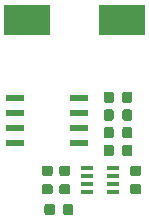
<source format=gbr>
G04 #@! TF.GenerationSoftware,KiCad,Pcbnew,5.0.0-fee4fd1~66~ubuntu16.04.1*
G04 #@! TF.CreationDate,2018-09-13T19:17:13+02:00*
G04 #@! TF.ProjectId,mav_ovp,6D61765F6F76702E6B696361645F7063,rev?*
G04 #@! TF.SameCoordinates,Original*
G04 #@! TF.FileFunction,Paste,Top*
G04 #@! TF.FilePolarity,Positive*
%FSLAX46Y46*%
G04 Gerber Fmt 4.6, Leading zero omitted, Abs format (unit mm)*
G04 Created by KiCad (PCBNEW 5.0.0-fee4fd1~66~ubuntu16.04.1) date Thu Sep 13 19:17:13 2018*
%MOMM*%
%LPD*%
G01*
G04 APERTURE LIST*
%ADD10R,4.000000X2.500000*%
%ADD11C,0.100000*%
%ADD12C,0.875000*%
%ADD13R,1.550000X0.600000*%
%ADD14R,1.060000X0.400000*%
G04 APERTURE END LIST*
D10*
G04 #@! TO.C,C1*
X96810001Y-89925001D03*
X104810001Y-89925001D03*
G04 #@! TD*
D11*
G04 #@! TO.C,C2*
G36*
X103952691Y-99026053D02*
X103973926Y-99029203D01*
X103994750Y-99034419D01*
X104014962Y-99041651D01*
X104034368Y-99050830D01*
X104052781Y-99061866D01*
X104070024Y-99074654D01*
X104085930Y-99089070D01*
X104100346Y-99104976D01*
X104113134Y-99122219D01*
X104124170Y-99140632D01*
X104133349Y-99160038D01*
X104140581Y-99180250D01*
X104145797Y-99201074D01*
X104148947Y-99222309D01*
X104150000Y-99243750D01*
X104150000Y-99756250D01*
X104148947Y-99777691D01*
X104145797Y-99798926D01*
X104140581Y-99819750D01*
X104133349Y-99839962D01*
X104124170Y-99859368D01*
X104113134Y-99877781D01*
X104100346Y-99895024D01*
X104085930Y-99910930D01*
X104070024Y-99925346D01*
X104052781Y-99938134D01*
X104034368Y-99949170D01*
X104014962Y-99958349D01*
X103994750Y-99965581D01*
X103973926Y-99970797D01*
X103952691Y-99973947D01*
X103931250Y-99975000D01*
X103493750Y-99975000D01*
X103472309Y-99973947D01*
X103451074Y-99970797D01*
X103430250Y-99965581D01*
X103410038Y-99958349D01*
X103390632Y-99949170D01*
X103372219Y-99938134D01*
X103354976Y-99925346D01*
X103339070Y-99910930D01*
X103324654Y-99895024D01*
X103311866Y-99877781D01*
X103300830Y-99859368D01*
X103291651Y-99839962D01*
X103284419Y-99819750D01*
X103279203Y-99798926D01*
X103276053Y-99777691D01*
X103275000Y-99756250D01*
X103275000Y-99243750D01*
X103276053Y-99222309D01*
X103279203Y-99201074D01*
X103284419Y-99180250D01*
X103291651Y-99160038D01*
X103300830Y-99140632D01*
X103311866Y-99122219D01*
X103324654Y-99104976D01*
X103339070Y-99089070D01*
X103354976Y-99074654D01*
X103372219Y-99061866D01*
X103390632Y-99050830D01*
X103410038Y-99041651D01*
X103430250Y-99034419D01*
X103451074Y-99029203D01*
X103472309Y-99026053D01*
X103493750Y-99025000D01*
X103931250Y-99025000D01*
X103952691Y-99026053D01*
X103952691Y-99026053D01*
G37*
D12*
X103712500Y-99500000D03*
D11*
G36*
X105527691Y-99026053D02*
X105548926Y-99029203D01*
X105569750Y-99034419D01*
X105589962Y-99041651D01*
X105609368Y-99050830D01*
X105627781Y-99061866D01*
X105645024Y-99074654D01*
X105660930Y-99089070D01*
X105675346Y-99104976D01*
X105688134Y-99122219D01*
X105699170Y-99140632D01*
X105708349Y-99160038D01*
X105715581Y-99180250D01*
X105720797Y-99201074D01*
X105723947Y-99222309D01*
X105725000Y-99243750D01*
X105725000Y-99756250D01*
X105723947Y-99777691D01*
X105720797Y-99798926D01*
X105715581Y-99819750D01*
X105708349Y-99839962D01*
X105699170Y-99859368D01*
X105688134Y-99877781D01*
X105675346Y-99895024D01*
X105660930Y-99910930D01*
X105645024Y-99925346D01*
X105627781Y-99938134D01*
X105609368Y-99949170D01*
X105589962Y-99958349D01*
X105569750Y-99965581D01*
X105548926Y-99970797D01*
X105527691Y-99973947D01*
X105506250Y-99975000D01*
X105068750Y-99975000D01*
X105047309Y-99973947D01*
X105026074Y-99970797D01*
X105005250Y-99965581D01*
X104985038Y-99958349D01*
X104965632Y-99949170D01*
X104947219Y-99938134D01*
X104929976Y-99925346D01*
X104914070Y-99910930D01*
X104899654Y-99895024D01*
X104886866Y-99877781D01*
X104875830Y-99859368D01*
X104866651Y-99839962D01*
X104859419Y-99819750D01*
X104854203Y-99798926D01*
X104851053Y-99777691D01*
X104850000Y-99756250D01*
X104850000Y-99243750D01*
X104851053Y-99222309D01*
X104854203Y-99201074D01*
X104859419Y-99180250D01*
X104866651Y-99160038D01*
X104875830Y-99140632D01*
X104886866Y-99122219D01*
X104899654Y-99104976D01*
X104914070Y-99089070D01*
X104929976Y-99074654D01*
X104947219Y-99061866D01*
X104965632Y-99050830D01*
X104985038Y-99041651D01*
X105005250Y-99034419D01*
X105026074Y-99029203D01*
X105047309Y-99026053D01*
X105068750Y-99025000D01*
X105506250Y-99025000D01*
X105527691Y-99026053D01*
X105527691Y-99026053D01*
G37*
D12*
X105287500Y-99500000D03*
G04 #@! TD*
D13*
G04 #@! TO.C,Q1*
X101200000Y-100405000D03*
X101200000Y-99135000D03*
X101200000Y-97865000D03*
X101200000Y-96595000D03*
X95800000Y-96595000D03*
X95800000Y-97865000D03*
X95800000Y-99135000D03*
X95800000Y-100405000D03*
G04 #@! TD*
D14*
G04 #@! TO.C,U1*
X101900000Y-102520000D03*
X101900000Y-103170000D03*
X101900000Y-103830000D03*
X101900000Y-104480000D03*
X104100000Y-104480000D03*
X104100000Y-103830000D03*
X104100000Y-103170000D03*
X104100000Y-102520000D03*
G04 #@! TD*
D11*
G04 #@! TO.C,R7*
G36*
X100277691Y-102276053D02*
X100298926Y-102279203D01*
X100319750Y-102284419D01*
X100339962Y-102291651D01*
X100359368Y-102300830D01*
X100377781Y-102311866D01*
X100395024Y-102324654D01*
X100410930Y-102339070D01*
X100425346Y-102354976D01*
X100438134Y-102372219D01*
X100449170Y-102390632D01*
X100458349Y-102410038D01*
X100465581Y-102430250D01*
X100470797Y-102451074D01*
X100473947Y-102472309D01*
X100475000Y-102493750D01*
X100475000Y-102931250D01*
X100473947Y-102952691D01*
X100470797Y-102973926D01*
X100465581Y-102994750D01*
X100458349Y-103014962D01*
X100449170Y-103034368D01*
X100438134Y-103052781D01*
X100425346Y-103070024D01*
X100410930Y-103085930D01*
X100395024Y-103100346D01*
X100377781Y-103113134D01*
X100359368Y-103124170D01*
X100339962Y-103133349D01*
X100319750Y-103140581D01*
X100298926Y-103145797D01*
X100277691Y-103148947D01*
X100256250Y-103150000D01*
X99743750Y-103150000D01*
X99722309Y-103148947D01*
X99701074Y-103145797D01*
X99680250Y-103140581D01*
X99660038Y-103133349D01*
X99640632Y-103124170D01*
X99622219Y-103113134D01*
X99604976Y-103100346D01*
X99589070Y-103085930D01*
X99574654Y-103070024D01*
X99561866Y-103052781D01*
X99550830Y-103034368D01*
X99541651Y-103014962D01*
X99534419Y-102994750D01*
X99529203Y-102973926D01*
X99526053Y-102952691D01*
X99525000Y-102931250D01*
X99525000Y-102493750D01*
X99526053Y-102472309D01*
X99529203Y-102451074D01*
X99534419Y-102430250D01*
X99541651Y-102410038D01*
X99550830Y-102390632D01*
X99561866Y-102372219D01*
X99574654Y-102354976D01*
X99589070Y-102339070D01*
X99604976Y-102324654D01*
X99622219Y-102311866D01*
X99640632Y-102300830D01*
X99660038Y-102291651D01*
X99680250Y-102284419D01*
X99701074Y-102279203D01*
X99722309Y-102276053D01*
X99743750Y-102275000D01*
X100256250Y-102275000D01*
X100277691Y-102276053D01*
X100277691Y-102276053D01*
G37*
D12*
X100000000Y-102712500D03*
D11*
G36*
X100277691Y-103851053D02*
X100298926Y-103854203D01*
X100319750Y-103859419D01*
X100339962Y-103866651D01*
X100359368Y-103875830D01*
X100377781Y-103886866D01*
X100395024Y-103899654D01*
X100410930Y-103914070D01*
X100425346Y-103929976D01*
X100438134Y-103947219D01*
X100449170Y-103965632D01*
X100458349Y-103985038D01*
X100465581Y-104005250D01*
X100470797Y-104026074D01*
X100473947Y-104047309D01*
X100475000Y-104068750D01*
X100475000Y-104506250D01*
X100473947Y-104527691D01*
X100470797Y-104548926D01*
X100465581Y-104569750D01*
X100458349Y-104589962D01*
X100449170Y-104609368D01*
X100438134Y-104627781D01*
X100425346Y-104645024D01*
X100410930Y-104660930D01*
X100395024Y-104675346D01*
X100377781Y-104688134D01*
X100359368Y-104699170D01*
X100339962Y-104708349D01*
X100319750Y-104715581D01*
X100298926Y-104720797D01*
X100277691Y-104723947D01*
X100256250Y-104725000D01*
X99743750Y-104725000D01*
X99722309Y-104723947D01*
X99701074Y-104720797D01*
X99680250Y-104715581D01*
X99660038Y-104708349D01*
X99640632Y-104699170D01*
X99622219Y-104688134D01*
X99604976Y-104675346D01*
X99589070Y-104660930D01*
X99574654Y-104645024D01*
X99561866Y-104627781D01*
X99550830Y-104609368D01*
X99541651Y-104589962D01*
X99534419Y-104569750D01*
X99529203Y-104548926D01*
X99526053Y-104527691D01*
X99525000Y-104506250D01*
X99525000Y-104068750D01*
X99526053Y-104047309D01*
X99529203Y-104026074D01*
X99534419Y-104005250D01*
X99541651Y-103985038D01*
X99550830Y-103965632D01*
X99561866Y-103947219D01*
X99574654Y-103929976D01*
X99589070Y-103914070D01*
X99604976Y-103899654D01*
X99622219Y-103886866D01*
X99640632Y-103875830D01*
X99660038Y-103866651D01*
X99680250Y-103859419D01*
X99701074Y-103854203D01*
X99722309Y-103851053D01*
X99743750Y-103850000D01*
X100256250Y-103850000D01*
X100277691Y-103851053D01*
X100277691Y-103851053D01*
G37*
D12*
X100000000Y-104287500D03*
G04 #@! TD*
D11*
G04 #@! TO.C,R6*
G36*
X98777691Y-103851053D02*
X98798926Y-103854203D01*
X98819750Y-103859419D01*
X98839962Y-103866651D01*
X98859368Y-103875830D01*
X98877781Y-103886866D01*
X98895024Y-103899654D01*
X98910930Y-103914070D01*
X98925346Y-103929976D01*
X98938134Y-103947219D01*
X98949170Y-103965632D01*
X98958349Y-103985038D01*
X98965581Y-104005250D01*
X98970797Y-104026074D01*
X98973947Y-104047309D01*
X98975000Y-104068750D01*
X98975000Y-104506250D01*
X98973947Y-104527691D01*
X98970797Y-104548926D01*
X98965581Y-104569750D01*
X98958349Y-104589962D01*
X98949170Y-104609368D01*
X98938134Y-104627781D01*
X98925346Y-104645024D01*
X98910930Y-104660930D01*
X98895024Y-104675346D01*
X98877781Y-104688134D01*
X98859368Y-104699170D01*
X98839962Y-104708349D01*
X98819750Y-104715581D01*
X98798926Y-104720797D01*
X98777691Y-104723947D01*
X98756250Y-104725000D01*
X98243750Y-104725000D01*
X98222309Y-104723947D01*
X98201074Y-104720797D01*
X98180250Y-104715581D01*
X98160038Y-104708349D01*
X98140632Y-104699170D01*
X98122219Y-104688134D01*
X98104976Y-104675346D01*
X98089070Y-104660930D01*
X98074654Y-104645024D01*
X98061866Y-104627781D01*
X98050830Y-104609368D01*
X98041651Y-104589962D01*
X98034419Y-104569750D01*
X98029203Y-104548926D01*
X98026053Y-104527691D01*
X98025000Y-104506250D01*
X98025000Y-104068750D01*
X98026053Y-104047309D01*
X98029203Y-104026074D01*
X98034419Y-104005250D01*
X98041651Y-103985038D01*
X98050830Y-103965632D01*
X98061866Y-103947219D01*
X98074654Y-103929976D01*
X98089070Y-103914070D01*
X98104976Y-103899654D01*
X98122219Y-103886866D01*
X98140632Y-103875830D01*
X98160038Y-103866651D01*
X98180250Y-103859419D01*
X98201074Y-103854203D01*
X98222309Y-103851053D01*
X98243750Y-103850000D01*
X98756250Y-103850000D01*
X98777691Y-103851053D01*
X98777691Y-103851053D01*
G37*
D12*
X98500000Y-104287500D03*
D11*
G36*
X98777691Y-102276053D02*
X98798926Y-102279203D01*
X98819750Y-102284419D01*
X98839962Y-102291651D01*
X98859368Y-102300830D01*
X98877781Y-102311866D01*
X98895024Y-102324654D01*
X98910930Y-102339070D01*
X98925346Y-102354976D01*
X98938134Y-102372219D01*
X98949170Y-102390632D01*
X98958349Y-102410038D01*
X98965581Y-102430250D01*
X98970797Y-102451074D01*
X98973947Y-102472309D01*
X98975000Y-102493750D01*
X98975000Y-102931250D01*
X98973947Y-102952691D01*
X98970797Y-102973926D01*
X98965581Y-102994750D01*
X98958349Y-103014962D01*
X98949170Y-103034368D01*
X98938134Y-103052781D01*
X98925346Y-103070024D01*
X98910930Y-103085930D01*
X98895024Y-103100346D01*
X98877781Y-103113134D01*
X98859368Y-103124170D01*
X98839962Y-103133349D01*
X98819750Y-103140581D01*
X98798926Y-103145797D01*
X98777691Y-103148947D01*
X98756250Y-103150000D01*
X98243750Y-103150000D01*
X98222309Y-103148947D01*
X98201074Y-103145797D01*
X98180250Y-103140581D01*
X98160038Y-103133349D01*
X98140632Y-103124170D01*
X98122219Y-103113134D01*
X98104976Y-103100346D01*
X98089070Y-103085930D01*
X98074654Y-103070024D01*
X98061866Y-103052781D01*
X98050830Y-103034368D01*
X98041651Y-103014962D01*
X98034419Y-102994750D01*
X98029203Y-102973926D01*
X98026053Y-102952691D01*
X98025000Y-102931250D01*
X98025000Y-102493750D01*
X98026053Y-102472309D01*
X98029203Y-102451074D01*
X98034419Y-102430250D01*
X98041651Y-102410038D01*
X98050830Y-102390632D01*
X98061866Y-102372219D01*
X98074654Y-102354976D01*
X98089070Y-102339070D01*
X98104976Y-102324654D01*
X98122219Y-102311866D01*
X98140632Y-102300830D01*
X98160038Y-102291651D01*
X98180250Y-102284419D01*
X98201074Y-102279203D01*
X98222309Y-102276053D01*
X98243750Y-102275000D01*
X98756250Y-102275000D01*
X98777691Y-102276053D01*
X98777691Y-102276053D01*
G37*
D12*
X98500000Y-102712500D03*
G04 #@! TD*
D11*
G04 #@! TO.C,R5*
G36*
X100527691Y-105526053D02*
X100548926Y-105529203D01*
X100569750Y-105534419D01*
X100589962Y-105541651D01*
X100609368Y-105550830D01*
X100627781Y-105561866D01*
X100645024Y-105574654D01*
X100660930Y-105589070D01*
X100675346Y-105604976D01*
X100688134Y-105622219D01*
X100699170Y-105640632D01*
X100708349Y-105660038D01*
X100715581Y-105680250D01*
X100720797Y-105701074D01*
X100723947Y-105722309D01*
X100725000Y-105743750D01*
X100725000Y-106256250D01*
X100723947Y-106277691D01*
X100720797Y-106298926D01*
X100715581Y-106319750D01*
X100708349Y-106339962D01*
X100699170Y-106359368D01*
X100688134Y-106377781D01*
X100675346Y-106395024D01*
X100660930Y-106410930D01*
X100645024Y-106425346D01*
X100627781Y-106438134D01*
X100609368Y-106449170D01*
X100589962Y-106458349D01*
X100569750Y-106465581D01*
X100548926Y-106470797D01*
X100527691Y-106473947D01*
X100506250Y-106475000D01*
X100068750Y-106475000D01*
X100047309Y-106473947D01*
X100026074Y-106470797D01*
X100005250Y-106465581D01*
X99985038Y-106458349D01*
X99965632Y-106449170D01*
X99947219Y-106438134D01*
X99929976Y-106425346D01*
X99914070Y-106410930D01*
X99899654Y-106395024D01*
X99886866Y-106377781D01*
X99875830Y-106359368D01*
X99866651Y-106339962D01*
X99859419Y-106319750D01*
X99854203Y-106298926D01*
X99851053Y-106277691D01*
X99850000Y-106256250D01*
X99850000Y-105743750D01*
X99851053Y-105722309D01*
X99854203Y-105701074D01*
X99859419Y-105680250D01*
X99866651Y-105660038D01*
X99875830Y-105640632D01*
X99886866Y-105622219D01*
X99899654Y-105604976D01*
X99914070Y-105589070D01*
X99929976Y-105574654D01*
X99947219Y-105561866D01*
X99965632Y-105550830D01*
X99985038Y-105541651D01*
X100005250Y-105534419D01*
X100026074Y-105529203D01*
X100047309Y-105526053D01*
X100068750Y-105525000D01*
X100506250Y-105525000D01*
X100527691Y-105526053D01*
X100527691Y-105526053D01*
G37*
D12*
X100287500Y-106000000D03*
D11*
G36*
X98952691Y-105526053D02*
X98973926Y-105529203D01*
X98994750Y-105534419D01*
X99014962Y-105541651D01*
X99034368Y-105550830D01*
X99052781Y-105561866D01*
X99070024Y-105574654D01*
X99085930Y-105589070D01*
X99100346Y-105604976D01*
X99113134Y-105622219D01*
X99124170Y-105640632D01*
X99133349Y-105660038D01*
X99140581Y-105680250D01*
X99145797Y-105701074D01*
X99148947Y-105722309D01*
X99150000Y-105743750D01*
X99150000Y-106256250D01*
X99148947Y-106277691D01*
X99145797Y-106298926D01*
X99140581Y-106319750D01*
X99133349Y-106339962D01*
X99124170Y-106359368D01*
X99113134Y-106377781D01*
X99100346Y-106395024D01*
X99085930Y-106410930D01*
X99070024Y-106425346D01*
X99052781Y-106438134D01*
X99034368Y-106449170D01*
X99014962Y-106458349D01*
X98994750Y-106465581D01*
X98973926Y-106470797D01*
X98952691Y-106473947D01*
X98931250Y-106475000D01*
X98493750Y-106475000D01*
X98472309Y-106473947D01*
X98451074Y-106470797D01*
X98430250Y-106465581D01*
X98410038Y-106458349D01*
X98390632Y-106449170D01*
X98372219Y-106438134D01*
X98354976Y-106425346D01*
X98339070Y-106410930D01*
X98324654Y-106395024D01*
X98311866Y-106377781D01*
X98300830Y-106359368D01*
X98291651Y-106339962D01*
X98284419Y-106319750D01*
X98279203Y-106298926D01*
X98276053Y-106277691D01*
X98275000Y-106256250D01*
X98275000Y-105743750D01*
X98276053Y-105722309D01*
X98279203Y-105701074D01*
X98284419Y-105680250D01*
X98291651Y-105660038D01*
X98300830Y-105640632D01*
X98311866Y-105622219D01*
X98324654Y-105604976D01*
X98339070Y-105589070D01*
X98354976Y-105574654D01*
X98372219Y-105561866D01*
X98390632Y-105550830D01*
X98410038Y-105541651D01*
X98430250Y-105534419D01*
X98451074Y-105529203D01*
X98472309Y-105526053D01*
X98493750Y-105525000D01*
X98931250Y-105525000D01*
X98952691Y-105526053D01*
X98952691Y-105526053D01*
G37*
D12*
X98712500Y-106000000D03*
G04 #@! TD*
D11*
G04 #@! TO.C,R4*
G36*
X106277691Y-103851053D02*
X106298926Y-103854203D01*
X106319750Y-103859419D01*
X106339962Y-103866651D01*
X106359368Y-103875830D01*
X106377781Y-103886866D01*
X106395024Y-103899654D01*
X106410930Y-103914070D01*
X106425346Y-103929976D01*
X106438134Y-103947219D01*
X106449170Y-103965632D01*
X106458349Y-103985038D01*
X106465581Y-104005250D01*
X106470797Y-104026074D01*
X106473947Y-104047309D01*
X106475000Y-104068750D01*
X106475000Y-104506250D01*
X106473947Y-104527691D01*
X106470797Y-104548926D01*
X106465581Y-104569750D01*
X106458349Y-104589962D01*
X106449170Y-104609368D01*
X106438134Y-104627781D01*
X106425346Y-104645024D01*
X106410930Y-104660930D01*
X106395024Y-104675346D01*
X106377781Y-104688134D01*
X106359368Y-104699170D01*
X106339962Y-104708349D01*
X106319750Y-104715581D01*
X106298926Y-104720797D01*
X106277691Y-104723947D01*
X106256250Y-104725000D01*
X105743750Y-104725000D01*
X105722309Y-104723947D01*
X105701074Y-104720797D01*
X105680250Y-104715581D01*
X105660038Y-104708349D01*
X105640632Y-104699170D01*
X105622219Y-104688134D01*
X105604976Y-104675346D01*
X105589070Y-104660930D01*
X105574654Y-104645024D01*
X105561866Y-104627781D01*
X105550830Y-104609368D01*
X105541651Y-104589962D01*
X105534419Y-104569750D01*
X105529203Y-104548926D01*
X105526053Y-104527691D01*
X105525000Y-104506250D01*
X105525000Y-104068750D01*
X105526053Y-104047309D01*
X105529203Y-104026074D01*
X105534419Y-104005250D01*
X105541651Y-103985038D01*
X105550830Y-103965632D01*
X105561866Y-103947219D01*
X105574654Y-103929976D01*
X105589070Y-103914070D01*
X105604976Y-103899654D01*
X105622219Y-103886866D01*
X105640632Y-103875830D01*
X105660038Y-103866651D01*
X105680250Y-103859419D01*
X105701074Y-103854203D01*
X105722309Y-103851053D01*
X105743750Y-103850000D01*
X106256250Y-103850000D01*
X106277691Y-103851053D01*
X106277691Y-103851053D01*
G37*
D12*
X106000000Y-104287500D03*
D11*
G36*
X106277691Y-102276053D02*
X106298926Y-102279203D01*
X106319750Y-102284419D01*
X106339962Y-102291651D01*
X106359368Y-102300830D01*
X106377781Y-102311866D01*
X106395024Y-102324654D01*
X106410930Y-102339070D01*
X106425346Y-102354976D01*
X106438134Y-102372219D01*
X106449170Y-102390632D01*
X106458349Y-102410038D01*
X106465581Y-102430250D01*
X106470797Y-102451074D01*
X106473947Y-102472309D01*
X106475000Y-102493750D01*
X106475000Y-102931250D01*
X106473947Y-102952691D01*
X106470797Y-102973926D01*
X106465581Y-102994750D01*
X106458349Y-103014962D01*
X106449170Y-103034368D01*
X106438134Y-103052781D01*
X106425346Y-103070024D01*
X106410930Y-103085930D01*
X106395024Y-103100346D01*
X106377781Y-103113134D01*
X106359368Y-103124170D01*
X106339962Y-103133349D01*
X106319750Y-103140581D01*
X106298926Y-103145797D01*
X106277691Y-103148947D01*
X106256250Y-103150000D01*
X105743750Y-103150000D01*
X105722309Y-103148947D01*
X105701074Y-103145797D01*
X105680250Y-103140581D01*
X105660038Y-103133349D01*
X105640632Y-103124170D01*
X105622219Y-103113134D01*
X105604976Y-103100346D01*
X105589070Y-103085930D01*
X105574654Y-103070024D01*
X105561866Y-103052781D01*
X105550830Y-103034368D01*
X105541651Y-103014962D01*
X105534419Y-102994750D01*
X105529203Y-102973926D01*
X105526053Y-102952691D01*
X105525000Y-102931250D01*
X105525000Y-102493750D01*
X105526053Y-102472309D01*
X105529203Y-102451074D01*
X105534419Y-102430250D01*
X105541651Y-102410038D01*
X105550830Y-102390632D01*
X105561866Y-102372219D01*
X105574654Y-102354976D01*
X105589070Y-102339070D01*
X105604976Y-102324654D01*
X105622219Y-102311866D01*
X105640632Y-102300830D01*
X105660038Y-102291651D01*
X105680250Y-102284419D01*
X105701074Y-102279203D01*
X105722309Y-102276053D01*
X105743750Y-102275000D01*
X106256250Y-102275000D01*
X106277691Y-102276053D01*
X106277691Y-102276053D01*
G37*
D12*
X106000000Y-102712500D03*
G04 #@! TD*
D11*
G04 #@! TO.C,R3*
G36*
X105527691Y-97526053D02*
X105548926Y-97529203D01*
X105569750Y-97534419D01*
X105589962Y-97541651D01*
X105609368Y-97550830D01*
X105627781Y-97561866D01*
X105645024Y-97574654D01*
X105660930Y-97589070D01*
X105675346Y-97604976D01*
X105688134Y-97622219D01*
X105699170Y-97640632D01*
X105708349Y-97660038D01*
X105715581Y-97680250D01*
X105720797Y-97701074D01*
X105723947Y-97722309D01*
X105725000Y-97743750D01*
X105725000Y-98256250D01*
X105723947Y-98277691D01*
X105720797Y-98298926D01*
X105715581Y-98319750D01*
X105708349Y-98339962D01*
X105699170Y-98359368D01*
X105688134Y-98377781D01*
X105675346Y-98395024D01*
X105660930Y-98410930D01*
X105645024Y-98425346D01*
X105627781Y-98438134D01*
X105609368Y-98449170D01*
X105589962Y-98458349D01*
X105569750Y-98465581D01*
X105548926Y-98470797D01*
X105527691Y-98473947D01*
X105506250Y-98475000D01*
X105068750Y-98475000D01*
X105047309Y-98473947D01*
X105026074Y-98470797D01*
X105005250Y-98465581D01*
X104985038Y-98458349D01*
X104965632Y-98449170D01*
X104947219Y-98438134D01*
X104929976Y-98425346D01*
X104914070Y-98410930D01*
X104899654Y-98395024D01*
X104886866Y-98377781D01*
X104875830Y-98359368D01*
X104866651Y-98339962D01*
X104859419Y-98319750D01*
X104854203Y-98298926D01*
X104851053Y-98277691D01*
X104850000Y-98256250D01*
X104850000Y-97743750D01*
X104851053Y-97722309D01*
X104854203Y-97701074D01*
X104859419Y-97680250D01*
X104866651Y-97660038D01*
X104875830Y-97640632D01*
X104886866Y-97622219D01*
X104899654Y-97604976D01*
X104914070Y-97589070D01*
X104929976Y-97574654D01*
X104947219Y-97561866D01*
X104965632Y-97550830D01*
X104985038Y-97541651D01*
X105005250Y-97534419D01*
X105026074Y-97529203D01*
X105047309Y-97526053D01*
X105068750Y-97525000D01*
X105506250Y-97525000D01*
X105527691Y-97526053D01*
X105527691Y-97526053D01*
G37*
D12*
X105287500Y-98000000D03*
D11*
G36*
X103952691Y-97526053D02*
X103973926Y-97529203D01*
X103994750Y-97534419D01*
X104014962Y-97541651D01*
X104034368Y-97550830D01*
X104052781Y-97561866D01*
X104070024Y-97574654D01*
X104085930Y-97589070D01*
X104100346Y-97604976D01*
X104113134Y-97622219D01*
X104124170Y-97640632D01*
X104133349Y-97660038D01*
X104140581Y-97680250D01*
X104145797Y-97701074D01*
X104148947Y-97722309D01*
X104150000Y-97743750D01*
X104150000Y-98256250D01*
X104148947Y-98277691D01*
X104145797Y-98298926D01*
X104140581Y-98319750D01*
X104133349Y-98339962D01*
X104124170Y-98359368D01*
X104113134Y-98377781D01*
X104100346Y-98395024D01*
X104085930Y-98410930D01*
X104070024Y-98425346D01*
X104052781Y-98438134D01*
X104034368Y-98449170D01*
X104014962Y-98458349D01*
X103994750Y-98465581D01*
X103973926Y-98470797D01*
X103952691Y-98473947D01*
X103931250Y-98475000D01*
X103493750Y-98475000D01*
X103472309Y-98473947D01*
X103451074Y-98470797D01*
X103430250Y-98465581D01*
X103410038Y-98458349D01*
X103390632Y-98449170D01*
X103372219Y-98438134D01*
X103354976Y-98425346D01*
X103339070Y-98410930D01*
X103324654Y-98395024D01*
X103311866Y-98377781D01*
X103300830Y-98359368D01*
X103291651Y-98339962D01*
X103284419Y-98319750D01*
X103279203Y-98298926D01*
X103276053Y-98277691D01*
X103275000Y-98256250D01*
X103275000Y-97743750D01*
X103276053Y-97722309D01*
X103279203Y-97701074D01*
X103284419Y-97680250D01*
X103291651Y-97660038D01*
X103300830Y-97640632D01*
X103311866Y-97622219D01*
X103324654Y-97604976D01*
X103339070Y-97589070D01*
X103354976Y-97574654D01*
X103372219Y-97561866D01*
X103390632Y-97550830D01*
X103410038Y-97541651D01*
X103430250Y-97534419D01*
X103451074Y-97529203D01*
X103472309Y-97526053D01*
X103493750Y-97525000D01*
X103931250Y-97525000D01*
X103952691Y-97526053D01*
X103952691Y-97526053D01*
G37*
D12*
X103712500Y-98000000D03*
G04 #@! TD*
D11*
G04 #@! TO.C,R2*
G36*
X103952691Y-96026053D02*
X103973926Y-96029203D01*
X103994750Y-96034419D01*
X104014962Y-96041651D01*
X104034368Y-96050830D01*
X104052781Y-96061866D01*
X104070024Y-96074654D01*
X104085930Y-96089070D01*
X104100346Y-96104976D01*
X104113134Y-96122219D01*
X104124170Y-96140632D01*
X104133349Y-96160038D01*
X104140581Y-96180250D01*
X104145797Y-96201074D01*
X104148947Y-96222309D01*
X104150000Y-96243750D01*
X104150000Y-96756250D01*
X104148947Y-96777691D01*
X104145797Y-96798926D01*
X104140581Y-96819750D01*
X104133349Y-96839962D01*
X104124170Y-96859368D01*
X104113134Y-96877781D01*
X104100346Y-96895024D01*
X104085930Y-96910930D01*
X104070024Y-96925346D01*
X104052781Y-96938134D01*
X104034368Y-96949170D01*
X104014962Y-96958349D01*
X103994750Y-96965581D01*
X103973926Y-96970797D01*
X103952691Y-96973947D01*
X103931250Y-96975000D01*
X103493750Y-96975000D01*
X103472309Y-96973947D01*
X103451074Y-96970797D01*
X103430250Y-96965581D01*
X103410038Y-96958349D01*
X103390632Y-96949170D01*
X103372219Y-96938134D01*
X103354976Y-96925346D01*
X103339070Y-96910930D01*
X103324654Y-96895024D01*
X103311866Y-96877781D01*
X103300830Y-96859368D01*
X103291651Y-96839962D01*
X103284419Y-96819750D01*
X103279203Y-96798926D01*
X103276053Y-96777691D01*
X103275000Y-96756250D01*
X103275000Y-96243750D01*
X103276053Y-96222309D01*
X103279203Y-96201074D01*
X103284419Y-96180250D01*
X103291651Y-96160038D01*
X103300830Y-96140632D01*
X103311866Y-96122219D01*
X103324654Y-96104976D01*
X103339070Y-96089070D01*
X103354976Y-96074654D01*
X103372219Y-96061866D01*
X103390632Y-96050830D01*
X103410038Y-96041651D01*
X103430250Y-96034419D01*
X103451074Y-96029203D01*
X103472309Y-96026053D01*
X103493750Y-96025000D01*
X103931250Y-96025000D01*
X103952691Y-96026053D01*
X103952691Y-96026053D01*
G37*
D12*
X103712500Y-96500000D03*
D11*
G36*
X105527691Y-96026053D02*
X105548926Y-96029203D01*
X105569750Y-96034419D01*
X105589962Y-96041651D01*
X105609368Y-96050830D01*
X105627781Y-96061866D01*
X105645024Y-96074654D01*
X105660930Y-96089070D01*
X105675346Y-96104976D01*
X105688134Y-96122219D01*
X105699170Y-96140632D01*
X105708349Y-96160038D01*
X105715581Y-96180250D01*
X105720797Y-96201074D01*
X105723947Y-96222309D01*
X105725000Y-96243750D01*
X105725000Y-96756250D01*
X105723947Y-96777691D01*
X105720797Y-96798926D01*
X105715581Y-96819750D01*
X105708349Y-96839962D01*
X105699170Y-96859368D01*
X105688134Y-96877781D01*
X105675346Y-96895024D01*
X105660930Y-96910930D01*
X105645024Y-96925346D01*
X105627781Y-96938134D01*
X105609368Y-96949170D01*
X105589962Y-96958349D01*
X105569750Y-96965581D01*
X105548926Y-96970797D01*
X105527691Y-96973947D01*
X105506250Y-96975000D01*
X105068750Y-96975000D01*
X105047309Y-96973947D01*
X105026074Y-96970797D01*
X105005250Y-96965581D01*
X104985038Y-96958349D01*
X104965632Y-96949170D01*
X104947219Y-96938134D01*
X104929976Y-96925346D01*
X104914070Y-96910930D01*
X104899654Y-96895024D01*
X104886866Y-96877781D01*
X104875830Y-96859368D01*
X104866651Y-96839962D01*
X104859419Y-96819750D01*
X104854203Y-96798926D01*
X104851053Y-96777691D01*
X104850000Y-96756250D01*
X104850000Y-96243750D01*
X104851053Y-96222309D01*
X104854203Y-96201074D01*
X104859419Y-96180250D01*
X104866651Y-96160038D01*
X104875830Y-96140632D01*
X104886866Y-96122219D01*
X104899654Y-96104976D01*
X104914070Y-96089070D01*
X104929976Y-96074654D01*
X104947219Y-96061866D01*
X104965632Y-96050830D01*
X104985038Y-96041651D01*
X105005250Y-96034419D01*
X105026074Y-96029203D01*
X105047309Y-96026053D01*
X105068750Y-96025000D01*
X105506250Y-96025000D01*
X105527691Y-96026053D01*
X105527691Y-96026053D01*
G37*
D12*
X105287500Y-96500000D03*
G04 #@! TD*
D11*
G04 #@! TO.C,R1*
G36*
X103952691Y-100526053D02*
X103973926Y-100529203D01*
X103994750Y-100534419D01*
X104014962Y-100541651D01*
X104034368Y-100550830D01*
X104052781Y-100561866D01*
X104070024Y-100574654D01*
X104085930Y-100589070D01*
X104100346Y-100604976D01*
X104113134Y-100622219D01*
X104124170Y-100640632D01*
X104133349Y-100660038D01*
X104140581Y-100680250D01*
X104145797Y-100701074D01*
X104148947Y-100722309D01*
X104150000Y-100743750D01*
X104150000Y-101256250D01*
X104148947Y-101277691D01*
X104145797Y-101298926D01*
X104140581Y-101319750D01*
X104133349Y-101339962D01*
X104124170Y-101359368D01*
X104113134Y-101377781D01*
X104100346Y-101395024D01*
X104085930Y-101410930D01*
X104070024Y-101425346D01*
X104052781Y-101438134D01*
X104034368Y-101449170D01*
X104014962Y-101458349D01*
X103994750Y-101465581D01*
X103973926Y-101470797D01*
X103952691Y-101473947D01*
X103931250Y-101475000D01*
X103493750Y-101475000D01*
X103472309Y-101473947D01*
X103451074Y-101470797D01*
X103430250Y-101465581D01*
X103410038Y-101458349D01*
X103390632Y-101449170D01*
X103372219Y-101438134D01*
X103354976Y-101425346D01*
X103339070Y-101410930D01*
X103324654Y-101395024D01*
X103311866Y-101377781D01*
X103300830Y-101359368D01*
X103291651Y-101339962D01*
X103284419Y-101319750D01*
X103279203Y-101298926D01*
X103276053Y-101277691D01*
X103275000Y-101256250D01*
X103275000Y-100743750D01*
X103276053Y-100722309D01*
X103279203Y-100701074D01*
X103284419Y-100680250D01*
X103291651Y-100660038D01*
X103300830Y-100640632D01*
X103311866Y-100622219D01*
X103324654Y-100604976D01*
X103339070Y-100589070D01*
X103354976Y-100574654D01*
X103372219Y-100561866D01*
X103390632Y-100550830D01*
X103410038Y-100541651D01*
X103430250Y-100534419D01*
X103451074Y-100529203D01*
X103472309Y-100526053D01*
X103493750Y-100525000D01*
X103931250Y-100525000D01*
X103952691Y-100526053D01*
X103952691Y-100526053D01*
G37*
D12*
X103712500Y-101000000D03*
D11*
G36*
X105527691Y-100526053D02*
X105548926Y-100529203D01*
X105569750Y-100534419D01*
X105589962Y-100541651D01*
X105609368Y-100550830D01*
X105627781Y-100561866D01*
X105645024Y-100574654D01*
X105660930Y-100589070D01*
X105675346Y-100604976D01*
X105688134Y-100622219D01*
X105699170Y-100640632D01*
X105708349Y-100660038D01*
X105715581Y-100680250D01*
X105720797Y-100701074D01*
X105723947Y-100722309D01*
X105725000Y-100743750D01*
X105725000Y-101256250D01*
X105723947Y-101277691D01*
X105720797Y-101298926D01*
X105715581Y-101319750D01*
X105708349Y-101339962D01*
X105699170Y-101359368D01*
X105688134Y-101377781D01*
X105675346Y-101395024D01*
X105660930Y-101410930D01*
X105645024Y-101425346D01*
X105627781Y-101438134D01*
X105609368Y-101449170D01*
X105589962Y-101458349D01*
X105569750Y-101465581D01*
X105548926Y-101470797D01*
X105527691Y-101473947D01*
X105506250Y-101475000D01*
X105068750Y-101475000D01*
X105047309Y-101473947D01*
X105026074Y-101470797D01*
X105005250Y-101465581D01*
X104985038Y-101458349D01*
X104965632Y-101449170D01*
X104947219Y-101438134D01*
X104929976Y-101425346D01*
X104914070Y-101410930D01*
X104899654Y-101395024D01*
X104886866Y-101377781D01*
X104875830Y-101359368D01*
X104866651Y-101339962D01*
X104859419Y-101319750D01*
X104854203Y-101298926D01*
X104851053Y-101277691D01*
X104850000Y-101256250D01*
X104850000Y-100743750D01*
X104851053Y-100722309D01*
X104854203Y-100701074D01*
X104859419Y-100680250D01*
X104866651Y-100660038D01*
X104875830Y-100640632D01*
X104886866Y-100622219D01*
X104899654Y-100604976D01*
X104914070Y-100589070D01*
X104929976Y-100574654D01*
X104947219Y-100561866D01*
X104965632Y-100550830D01*
X104985038Y-100541651D01*
X105005250Y-100534419D01*
X105026074Y-100529203D01*
X105047309Y-100526053D01*
X105068750Y-100525000D01*
X105506250Y-100525000D01*
X105527691Y-100526053D01*
X105527691Y-100526053D01*
G37*
D12*
X105287500Y-101000000D03*
G04 #@! TD*
M02*

</source>
